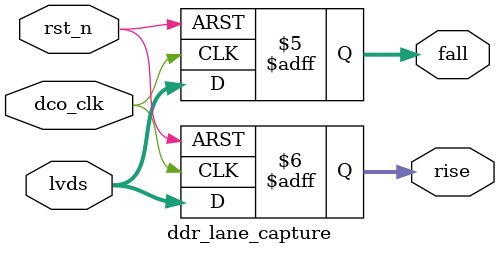
<source format=sv>
`timescale 1ns/1ps

module ddr_lane_capture #(
  parameter int LANES = 8
)(
  input  logic               dco_clk,
  input  logic               rst_n,
  input  logic [LANES-1:0]   lvds,
  output logic [LANES-1:0]   rise,
  output logic [LANES-1:0]   fall
);

  always_ff @(posedge dco_clk or negedge rst_n) begin
    if (!rst_n) rise <= '0;
    else        rise <= lvds;
  end

  always_ff @(negedge dco_clk or negedge rst_n) begin
    if (!rst_n) fall <= '0;
    else        fall <= lvds;
  end

endmodule

</source>
